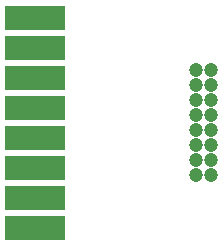
<source format=gbr>
%TF.GenerationSoftware,KiCad,Pcbnew,5.1.6-c6e7f7d~87~ubuntu18.04.1*%
%TF.CreationDate,2020-10-17T23:49:05-07:00*%
%TF.ProjectId,LA_Adapter,4c415f41-6461-4707-9465-722e6b696361,rev?*%
%TF.SameCoordinates,Original*%
%TF.FileFunction,Soldermask,Top*%
%TF.FilePolarity,Negative*%
%FSLAX46Y46*%
G04 Gerber Fmt 4.6, Leading zero omitted, Abs format (unit mm)*
G04 Created by KiCad (PCBNEW 5.1.6-c6e7f7d~87~ubuntu18.04.1) date 2020-10-17 23:49:05*
%MOMM*%
%LPD*%
G01*
G04 APERTURE LIST*
%ADD10C,1.200000*%
%ADD11R,5.100000X2.100000*%
G04 APERTURE END LIST*
D10*
%TO.C,J2*%
X30865000Y-99805000D03*
X32135000Y-99805000D03*
X30865000Y-101075000D03*
X32135000Y-101075000D03*
X30865000Y-102345000D03*
X32135000Y-102345000D03*
X30865000Y-103615000D03*
X32135000Y-103615000D03*
X30865000Y-104885000D03*
X32135000Y-104885000D03*
X30865000Y-106155000D03*
X32135000Y-106155000D03*
X30865000Y-107425000D03*
X32135000Y-107425000D03*
X30865000Y-108695000D03*
X32135000Y-108695000D03*
%TD*%
D11*
%TO.C,J1*%
X17250000Y-113140000D03*
X17250000Y-110600000D03*
X17250000Y-108060000D03*
X17250000Y-105520000D03*
X17250000Y-102980000D03*
X17250000Y-100440000D03*
X17250000Y-97900000D03*
X17250000Y-95360000D03*
%TD*%
M02*

</source>
